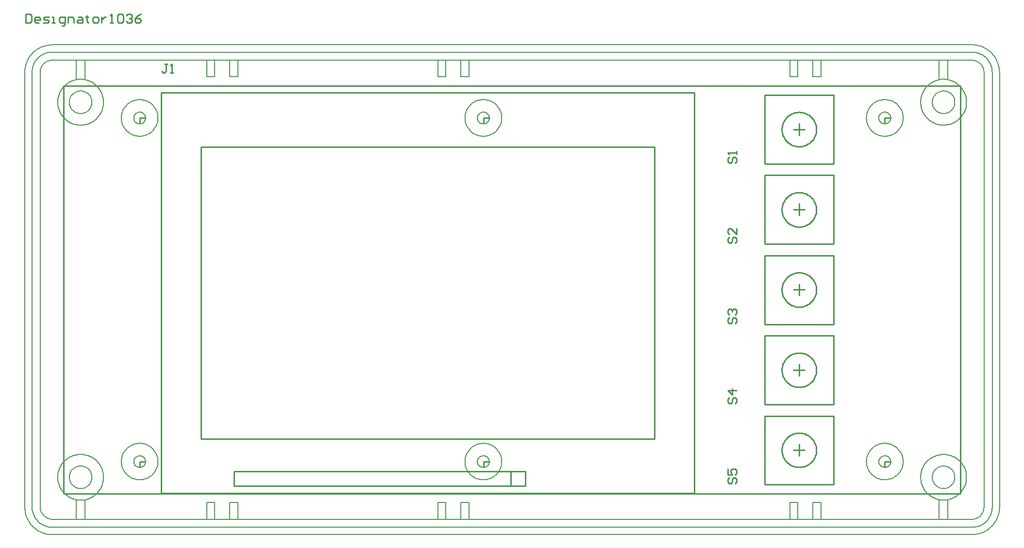
<source format=gto>
%FSTAX23Y23*%
%MOIN*%
%SFA1B1*%

%IPPOS*%
%ADD46C,0.010000*%
%ADD47C,0.005000*%
%LNkradac270315-1*%
%LPD*%
G54D46*
X04645Y01732D02*
D01*
X04645Y0174*
X04644Y01748*
X04643Y01756*
X04641Y01764*
X04638Y01772*
X04635Y0178*
X04631Y01787*
X04627Y01794*
X04623Y01801*
X04618Y01808*
X04612Y01814*
X04606Y0182*
X046Y01825*
X04593Y0183*
X04586Y01834*
X04579Y01838*
X04571Y01841*
X04564Y01844*
X04556Y01846*
X04548Y01848*
X04539Y01849*
X04531Y0185*
X04523*
X04515Y01849*
X04507Y01848*
X04498Y01846*
X04491Y01844*
X04483Y01841*
X04475Y01838*
X04468Y01834*
X04461Y0183*
X04454Y01825*
X04448Y0182*
X04442Y01814*
X04437Y01808*
X04432Y01801*
X04427Y01794*
X04423Y01787*
X04419Y0178*
X04416Y01772*
X04414Y01764*
X04412Y01756*
X0441Y01748*
X04409Y0174*
X04409Y01732*
X04409Y01724*
X0441Y01715*
X04412Y01707*
X04414Y01699*
X04416Y01691*
X04419Y01684*
X04423Y01676*
X04427Y01669*
X04432Y01662*
X04437Y01656*
X04442Y0165*
X04448Y01644*
X04454Y01639*
X04461Y01634*
X04468Y01629*
X04475Y01626*
X04483Y01622*
X04491Y01619*
X04498Y01617*
X04507Y01615*
X04515Y01614*
X04523Y01614*
X04531*
X04539Y01614*
X04548Y01615*
X04556Y01617*
X04564Y01619*
X04571Y01622*
X04579Y01626*
X04586Y01629*
X04593Y01634*
X046Y01639*
X04606Y01644*
X04612Y0165*
X04618Y01656*
X04623Y01662*
X04627Y01669*
X04631Y01676*
X04635Y01684*
X04638Y01691*
X04641Y01699*
X04643Y01707*
X04644Y01715*
X04645Y01724*
X04645Y01732*
Y01181D02*
D01*
X04645Y01189*
X04644Y01197*
X04643Y01205*
X04641Y01213*
X04638Y01221*
X04635Y01229*
X04631Y01236*
X04627Y01243*
X04623Y0125*
X04618Y01257*
X04612Y01263*
X04606Y01268*
X046Y01274*
X04593Y01279*
X04586Y01283*
X04579Y01287*
X04571Y0129*
X04564Y01293*
X04556Y01295*
X04548Y01297*
X04539Y01298*
X04531Y01299*
X04523*
X04515Y01298*
X04507Y01297*
X04498Y01295*
X04491Y01293*
X04483Y0129*
X04475Y01287*
X04468Y01283*
X04461Y01279*
X04454Y01274*
X04448Y01268*
X04442Y01263*
X04437Y01257*
X04432Y0125*
X04427Y01243*
X04423Y01236*
X04419Y01229*
X04416Y01221*
X04414Y01213*
X04412Y01205*
X0441Y01197*
X04409Y01189*
X04409Y01181*
X04409Y01172*
X0441Y01164*
X04412Y01156*
X04414Y01148*
X04416Y0114*
X04419Y01133*
X04423Y01125*
X04427Y01118*
X04432Y01111*
X04437Y01105*
X04442Y01099*
X04448Y01093*
X04454Y01088*
X04461Y01083*
X04468Y01078*
X04475Y01074*
X04483Y01071*
X04491Y01068*
X04498Y01066*
X04507Y01064*
X04515Y01063*
X04523Y01063*
X04531*
X04539Y01063*
X04548Y01064*
X04556Y01066*
X04564Y01068*
X04571Y01071*
X04579Y01074*
X04586Y01078*
X04593Y01083*
X046Y01088*
X04606Y01093*
X04612Y01099*
X04618Y01105*
X04623Y01111*
X04627Y01118*
X04631Y01125*
X04635Y01133*
X04638Y0114*
X04641Y01148*
X04643Y01156*
X04644Y01164*
X04645Y01172*
X04645Y01181*
Y00629D02*
D01*
X04645Y00638*
X04644Y00646*
X04643Y00654*
X04641Y00662*
X04638Y0067*
X04635Y00677*
X04631Y00685*
X04627Y00692*
X04623Y00699*
X04618Y00705*
X04612Y00711*
X04606Y00717*
X046Y00722*
X04593Y00727*
X04586Y00732*
X04579Y00736*
X04571Y00739*
X04564Y00742*
X04556Y00744*
X04548Y00746*
X04539Y00747*
X04531Y00747*
X04523*
X04515Y00747*
X04507Y00746*
X04498Y00744*
X04491Y00742*
X04483Y00739*
X04475Y00736*
X04468Y00732*
X04461Y00727*
X04454Y00722*
X04448Y00717*
X04442Y00711*
X04437Y00705*
X04432Y00699*
X04427Y00692*
X04423Y00685*
X04419Y00677*
X04416Y0067*
X04414Y00662*
X04412Y00654*
X0441Y00646*
X04409Y00638*
X04409Y00629*
X04409Y00621*
X0441Y00613*
X04412Y00605*
X04414Y00597*
X04416Y00589*
X04419Y00581*
X04423Y00574*
X04427Y00567*
X04432Y0056*
X04437Y00554*
X04442Y00547*
X04448Y00542*
X04454Y00536*
X04461Y00532*
X04468Y00527*
X04475Y00523*
X04483Y0052*
X04491Y00517*
X04498Y00515*
X04507Y00513*
X04515Y00512*
X04523Y00511*
X04531*
X04539Y00512*
X04548Y00513*
X04556Y00515*
X04564Y00517*
X04571Y0052*
X04579Y00523*
X04586Y00527*
X04593Y00532*
X046Y00536*
X04606Y00542*
X04612Y00547*
X04618Y00554*
X04623Y0056*
X04627Y00567*
X04631Y00574*
X04635Y00581*
X04638Y00589*
X04641Y00597*
X04643Y00605*
X04644Y00613*
X04645Y00621*
X04645Y00629*
Y00078D02*
D01*
X04645Y00086*
X04644Y00095*
X04643Y00103*
X04641Y00111*
X04638Y00119*
X04635Y00126*
X04631Y00134*
X04627Y00141*
X04623Y00148*
X04618Y00154*
X04612Y0016*
X04606Y00166*
X046Y00171*
X04593Y00176*
X04586Y00181*
X04579Y00184*
X04571Y00188*
X04564Y00191*
X04556Y00193*
X04548Y00195*
X04539Y00196*
X04531Y00196*
X04523*
X04515Y00196*
X04507Y00195*
X04498Y00193*
X04491Y00191*
X04483Y00188*
X04475Y00184*
X04468Y00181*
X04461Y00176*
X04454Y00171*
X04448Y00166*
X04442Y0016*
X04437Y00154*
X04432Y00148*
X04427Y00141*
X04423Y00134*
X04419Y00126*
X04416Y00119*
X04414Y00111*
X04412Y00103*
X0441Y00095*
X04409Y00086*
X04409Y00078*
X04409Y0007*
X0441Y00062*
X04412Y00054*
X04414Y00046*
X04416Y00038*
X04419Y0003*
X04423Y00023*
X04427Y00016*
X04432Y00009*
X04437Y00002*
X04442Y-00003*
X04448Y-00009*
X04454Y-00014*
X04461Y-00019*
X04468Y-00023*
X04475Y-00027*
X04483Y-0003*
X04491Y-00033*
X04498Y-00035*
X04507Y-00037*
X04515Y-00038*
X04523Y-00039*
X04531*
X04539Y-00038*
X04548Y-00037*
X04556Y-00035*
X04564Y-00033*
X04571Y-0003*
X04579Y-00027*
X04586Y-00023*
X04593Y-00019*
X046Y-00014*
X04606Y-00009*
X04612Y-00003*
X04618Y00002*
X04623Y00009*
X04627Y00016*
X04631Y00023*
X04635Y0003*
X04638Y00038*
X04641Y00046*
X04643Y00054*
X04644Y00062*
X04645Y0007*
X04645Y00078*
Y02283D02*
D01*
X04645Y02291*
X04644Y02299*
X04643Y02308*
X04641Y02316*
X04638Y02323*
X04635Y02331*
X04631Y02338*
X04627Y02346*
X04623Y02352*
X04618Y02359*
X04612Y02365*
X04606Y02371*
X046Y02376*
X04593Y02381*
X04586Y02385*
X04579Y02389*
X04571Y02392*
X04564Y02395*
X04556Y02398*
X04548Y02399*
X04539Y024*
X04531Y02401*
X04523*
X04515Y024*
X04507Y02399*
X04498Y02398*
X04491Y02395*
X04483Y02392*
X04475Y02389*
X04468Y02385*
X04461Y02381*
X04454Y02376*
X04448Y02371*
X04442Y02365*
X04437Y02359*
X04432Y02352*
X04427Y02346*
X04423Y02338*
X04419Y02331*
X04416Y02323*
X04414Y02316*
X04412Y02308*
X0441Y02299*
X04409Y02291*
X04409Y02283*
X04409Y02275*
X0441Y02267*
X04412Y02258*
X04414Y0225*
X04416Y02243*
X04419Y02235*
X04423Y02228*
X04427Y0222*
X04432Y02214*
X04437Y02207*
X04442Y02201*
X04448Y02195*
X04454Y0219*
X04461Y02185*
X04468Y02181*
X04475Y02177*
X04483Y02173*
X04491Y02171*
X04498Y02168*
X04507Y02167*
X04515Y02166*
X04523Y02165*
X04531*
X04539Y02166*
X04548Y02167*
X04556Y02168*
X04564Y02171*
X04571Y02173*
X04579Y02177*
X04586Y02181*
X04593Y02185*
X046Y0219*
X04606Y02195*
X04612Y02201*
X04618Y02207*
X04623Y02214*
X04627Y0222*
X04631Y02228*
X04635Y02235*
X04638Y02243*
X04641Y0225*
X04643Y02258*
X04644Y02267*
X04645Y02275*
X04645Y02283*
X00147Y-00218D02*
Y02537D01*
X03808*
Y-00218D02*
Y02537D01*
X00147Y-00218D02*
X03808D01*
X00648Y-00068D02*
X02648D01*
X00648Y-00168D02*
Y-00068D01*
Y-00168D02*
X02648D01*
Y-00068*
X02548Y-00168D02*
Y-00068D01*
X00422Y00155D02*
X03533D01*
Y02163*
X00422D02*
X03533D01*
X00422Y00155D02*
Y02163D01*
X04527Y01771D02*
Y01692D01*
X04488Y01732D02*
X04566D01*
X04291Y01496D02*
X04763D01*
X04291D02*
Y01968D01*
X04763*
Y01496D02*
Y01968D01*
X04527Y01141D02*
Y0122D01*
X04488Y01181D02*
X04566D01*
X04291Y00944D02*
X04763D01*
X04291D02*
Y01417D01*
X04763*
Y00944D02*
Y01417D01*
X04527Y0059D02*
Y00669D01*
X04488Y00629D02*
X04566D01*
X04291Y00393D02*
X04763D01*
X04291D02*
Y00866D01*
X04763*
Y00393D02*
Y00866D01*
X04527Y00039D02*
Y00118D01*
X04488Y00078D02*
X04566D01*
X04291Y-00157D02*
X04763D01*
X04291D02*
Y00314D01*
X04763*
Y-00157D02*
Y00314D01*
X05115Y02322D02*
Y02362D01*
X05157*
X0236Y02322D02*
Y02362D01*
X02401*
X0Y02322D02*
Y02362D01*
X00039*
X05115Y0D02*
Y-00039D01*
Y0D02*
X05157D01*
X0236Y-00039D02*
Y0D01*
X02401*
X0D02*
Y-00039D01*
Y0D02*
X00039D01*
X-00521Y-00222D02*
Y02584D01*
Y-00222D02*
X05635D01*
Y02584D02*
Y-00222D01*
X-00521Y02584D02*
X05635D01*
X04763Y02519D02*
Y02047D01*
X04291Y02519D02*
X04763D01*
X04291Y02047D02*
Y02519D01*
Y02047D02*
X04763D01*
X04488Y02283D02*
X04566D01*
X04527Y02244D02*
Y02322D01*
X00192Y02732D02*
X00172D01*
X00182*
Y02682*
X00172Y02672*
X00162*
X00152Y02682*
X00212Y02672D02*
X00232D01*
X00222*
Y02732*
X00212Y02722*
X04048Y02092D02*
X04038Y02082D01*
Y02062*
X04048Y02052*
X04058*
X04068Y02062*
Y02082*
X04078Y02092*
X04088*
X04098Y02082*
Y02062*
X04088Y02052*
X04098Y02112D02*
Y02132D01*
Y02122*
X04038*
X04048Y02112*
Y01541D02*
X04038Y01531D01*
Y01511*
X04048Y01501*
X04058*
X04068Y01511*
Y01531*
X04078Y01541*
X04088*
X04098Y01531*
Y01511*
X04088Y01501*
X04098Y01601D02*
Y01561D01*
X04058Y01601*
X04048*
X04038Y01591*
Y01571*
X04048Y01561*
Y0099D02*
X04038Y0098D01*
Y0096*
X04048Y0095*
X04058*
X04068Y0096*
Y0098*
X04078Y0099*
X04088*
X04098Y0098*
Y0096*
X04088Y0095*
X04048Y0101D02*
X04038Y0102D01*
Y0104*
X04048Y0105*
X04058*
X04068Y0104*
Y0103*
Y0104*
X04078Y0105*
X04088*
X04098Y0104*
Y0102*
X04088Y0101*
X04048Y00438D02*
X04038Y00428D01*
Y00408*
X04048Y00398*
X04058*
X04068Y00408*
Y00428*
X04078Y00438*
X04088*
X04098Y00428*
Y00408*
X04088Y00398*
X04098Y00488D02*
X04038D01*
X04068Y00458*
Y00498*
X04048Y-00112D02*
X04038Y-00122D01*
Y-00142*
X04048Y-00152*
X04058*
X04068Y-00142*
Y-00122*
X04078Y-00112*
X04088*
X04098Y-00122*
Y-00142*
X04088Y-00152*
X04038Y-00052D02*
Y-00092D01*
X04068*
X04058Y-00072*
Y-00062*
X04068Y-00052*
X04088*
X04098Y-00062*
Y-00082*
X04088Y-00092*
X-00782Y03077D02*
Y03017D01*
X-00752*
X-00742Y03027*
Y03067*
X-00752Y03077*
X-00782*
X-00692Y03017D02*
X-00712D01*
X-00722Y03027*
Y03047*
X-00712Y03057*
X-00692*
X-00682Y03047*
Y03037*
X-00722*
X-00662Y03017D02*
X-00632D01*
X-00622Y03027*
X-00632Y03037*
X-00652*
X-00662Y03047*
X-00652Y03057*
X-00622*
X-00602Y03017D02*
X-00582D01*
X-00592*
Y03057*
X-00602*
X-00532Y02997D02*
X-00522D01*
X-00512Y03007*
Y03057*
X-00542*
X-00552Y03047*
Y03027*
X-00542Y03017*
X-00512*
X-00492D02*
Y03057D01*
X-00462*
X-00452Y03047*
Y03017*
X-00422Y03057D02*
X-00402D01*
X-00392Y03047*
Y03017*
X-00422*
X-00432Y03027*
X-00422Y03037*
X-00392*
X-00362Y03067D02*
Y03057D01*
X-00372*
X-00352*
X-00362*
Y03027*
X-00352Y03017*
X-00312D02*
X-00292D01*
X-00282Y03027*
Y03047*
X-00292Y03057*
X-00312*
X-00322Y03047*
Y03027*
X-00312Y03017*
X-00262Y03057D02*
Y03017D01*
Y03037*
X-00252Y03047*
X-00242Y03057*
X-00232*
X-00202Y03017D02*
X-00182D01*
X-00192*
Y03077*
X-00202Y03067*
X-00152D02*
X-00142Y03077D01*
X-00122*
X-00112Y03067*
Y03027*
X-00122Y03017*
X-00142*
X-00152Y03027*
Y03067*
X-00092D02*
X-00082Y03077D01*
X-00062*
X-00052Y03067*
Y03057*
X-00062Y03047*
X-00072*
X-00062*
X-00052Y03037*
Y03027*
X-00062Y03017*
X-00082*
X-00092Y03027*
X00007Y03077D02*
X-00012Y03067D01*
X-00032Y03047*
Y03027*
X-00022Y03017*
X-00002*
X00007Y03027*
Y03037*
X-00002Y03047*
X-00032*
G54D47*
X05156Y02362D02*
D01*
X05156Y02365*
X05156Y02367*
X05155Y0237*
X05154Y02373*
X05153Y02376*
X05152Y02378*
X05151Y02381*
X0515Y02383*
X05148Y02386*
X05146Y02388*
X05145Y0239*
X05143Y02392*
X0514Y02394*
X05138Y02395*
X05136Y02397*
X05133Y02398*
X05131Y02399*
X05128Y024*
X05125Y02401*
X05122Y02402*
X0512Y02402*
X05117Y02402*
X05114*
X05111Y02402*
X05108Y02402*
X05106Y02401*
X05103Y024*
X051Y02399*
X05098Y02398*
X05095Y02397*
X05093Y02395*
X0509Y02394*
X05088Y02392*
X05086Y0239*
X05084Y02388*
X05083Y02386*
X05081Y02383*
X0508Y02381*
X05078Y02378*
X05077Y02376*
X05076Y02373*
X05076Y0237*
X05075Y02367*
X05075Y02365*
X05075Y02362*
X05075Y02359*
X05075Y02356*
X05076Y02353*
X05076Y02351*
X05077Y02348*
X05078Y02345*
X0508Y02343*
X05081Y0234*
X05083Y02338*
X05084Y02336*
X05086Y02334*
X05088Y02332*
X0509Y0233*
X05093Y02328*
X05095Y02327*
X05098Y02325*
X051Y02324*
X05103Y02323*
X05106Y02322*
X05108Y02322*
X05111Y02321*
X05114Y02321*
X05117*
X0512Y02321*
X05122Y02322*
X05125Y02322*
X05128Y02323*
X05131Y02324*
X05133Y02325*
X05136Y02327*
X05138Y02328*
X0514Y0233*
X05143Y02332*
X05145Y02334*
X05146Y02336*
X05148Y02338*
X0515Y0234*
X05151Y02343*
X05152Y02345*
X05153Y02348*
X05154Y02351*
X05155Y02353*
X05156Y02356*
X05156Y02359*
X05156Y02362*
X05241D02*
D01*
X05241Y0237*
X0524Y02379*
X05239Y02388*
X05237Y02396*
X05234Y02405*
X0523Y02413*
X05227Y02421*
X05222Y02428*
X05217Y02436*
X05212Y02443*
X05206Y02449*
X052Y02455*
X05193Y02461*
X05186Y02466*
X05178Y02471*
X05171Y02475*
X05163Y02479*
X05154Y02482*
X05146Y02484*
X05137Y02486*
X05129Y02487*
X0512Y02488*
X05111*
X05102Y02487*
X05094Y02486*
X05085Y02484*
X05076Y02482*
X05068Y02479*
X0506Y02475*
X05052Y02471*
X05045Y02466*
X05038Y02461*
X05031Y02455*
X05025Y02449*
X05019Y02443*
X05013Y02436*
X05009Y02428*
X05004Y02421*
X05Y02413*
X04997Y02405*
X04994Y02396*
X04992Y02388*
X04991Y02379*
X0499Y0237*
X04989Y02362*
X0499Y02353*
X04991Y02344*
X04992Y02336*
X04994Y02327*
X04997Y02319*
X05Y0231*
X05004Y02303*
X05009Y02295*
X05013Y02288*
X05019Y02281*
X05025Y02274*
X05031Y02268*
X05038Y02262*
X05045Y02257*
X05052Y02253*
X0506Y02248*
X05068Y02245*
X05076Y02242*
X05085Y02239*
X05094Y02238*
X05102Y02236*
X05111Y02236*
X0512*
X05129Y02236*
X05137Y02238*
X05146Y02239*
X05154Y02242*
X05163Y02245*
X05171Y02248*
X05178Y02253*
X05186Y02257*
X05193Y02262*
X052Y02268*
X05206Y02274*
X05212Y02281*
X05217Y02288*
X05222Y02295*
X05227Y02303*
X0523Y0231*
X05234Y02319*
X05237Y02327*
X05239Y02336*
X0524Y02344*
X05241Y02353*
X05241Y02362*
X05797Y02675D02*
D01*
X05797Y0268*
X05796Y02686*
X05795Y02692*
X05794Y02698*
X05792Y02703*
X0579Y02709*
X05787Y02714*
X05784Y02719*
X05781Y02724*
X05777Y02729*
X05773Y02733*
X05769Y02737*
X05765Y02741*
X0576Y02744*
X05755Y02747*
X0575Y0275*
X05744Y02753*
X05739Y02755*
X05733Y02756*
X05728Y02757*
X05722Y02758*
X05716Y02759*
X05713Y02759*
X-00789Y-00312D02*
D01*
X-00789Y-00326*
X-00787Y-00339*
X-00785Y-00352*
X-00782Y-00365*
X-00778Y-00377*
X-00773Y-0039*
X-00767Y-00402*
X-0076Y-00413*
X-00753Y-00424*
X-00745Y-00435*
X-00736Y-00444*
X-00726Y-00454*
X-00716Y-00462*
X-00705Y-0047*
X-00694Y-00477*
X-00682Y-00483*
X-0067Y-00489*
X-00658Y-00493*
X-00645Y-00497*
X-00632Y-005*
X-00619Y-00501*
X-00606Y-00502*
X-00599Y-00502*
Y02865D02*
D01*
X-00612Y02864*
X-00626Y02863*
X-00639Y0286*
X-00651Y02857*
X-00664Y02853*
X-00676Y02848*
X-00688Y02842*
X-007Y02836*
X-00711Y02828*
X-00721Y0282*
X-00731Y02811*
X-0074Y02802*
X-00749Y02792*
X-00757Y02781*
X-00764Y0277*
X-0077Y02758*
X-00775Y02746*
X-0078Y02733*
X-00783Y02721*
X-00786Y02708*
X-00788Y02694*
X-00789Y02681*
X-00789Y02675*
X05903D02*
D01*
X05902Y02688*
X05901Y02701*
X05899Y02714*
X05896Y02727*
X05891Y0274*
X05886Y02752*
X05881Y02764*
X05874Y02775*
X05867Y02786*
X05858Y02797*
X0585Y02807*
X0584Y02816*
X0583Y02824*
X05819Y02832*
X05808Y02839*
X05796Y02845*
X05784Y02851*
X05772Y02855*
X05759Y02859*
X05746Y02862*
X05733Y02864*
X0572Y02865*
X05713Y02865*
Y-00502D02*
D01*
X05726Y-00502*
X05739Y-00501*
X05752Y-00498*
X05765Y-00495*
X05778Y-00491*
X0579Y-00486*
X05802Y-0048*
X05814Y-00474*
X05825Y-00466*
X05835Y-00458*
X05845Y-00449*
X05854Y-0044*
X05863Y-00429*
X0587Y-00419*
X05877Y-00407*
X05884Y-00396*
X05889Y-00384*
X05894Y-00371*
X05897Y-00358*
X059Y-00345*
X05902Y-00332*
X05903Y-00319*
X05903Y-00312*
X05713Y-00396D02*
D01*
X05719Y-00396*
X05725Y-00396*
X0573Y-00395*
X05736Y-00393*
X05742Y-00391*
X05747Y-00389*
X05752Y-00387*
X05757Y-00384*
X05762Y-0038*
X05767Y-00377*
X05771Y-00373*
X05775Y-00369*
X05779Y-00364*
X05783Y-00359*
X05786Y-00354*
X05788Y-00349*
X05791Y-00344*
X05793Y-00338*
X05794Y-00333*
X05796Y-00327*
X05796Y-00321*
X05797Y-00315*
X05797Y-00312*
X-00683D02*
D01*
X-00683Y-00318*
X-00682Y-00324*
X-00681Y-0033*
X-0068Y-00336*
X-00678Y-00341*
X-00676Y-00347*
X-00673Y-00352*
X-0067Y-00357*
X-00667Y-00362*
X-00663Y-00366*
X-00659Y-00371*
X-00655Y-00375*
X-00651Y-00379*
X-00646Y-00382*
X-00641Y-00385*
X-00636Y-00388*
X-00631Y-0039*
X-00625Y-00392*
X-00619Y-00394*
X-00614Y-00395*
X-00608Y-00396*
X-00602Y-00396*
X-00599Y-00396*
Y02759D02*
D01*
X-00605Y02758*
X-00611Y02758*
X-00617Y02757*
X-00622Y02755*
X-00628Y02754*
X-00633Y02751*
X-00639Y02749*
X-00644Y02746*
X-00648Y02743*
X-00653Y02739*
X-00657Y02735*
X-00662Y02731*
X-00665Y02726*
X-00669Y02722*
X-00672Y02717*
X-00675Y02711*
X-00677Y02706*
X-00679Y02701*
X-00681Y02695*
X-00682Y02689*
X-00683Y02683*
X-00683Y02678*
X-00683Y02675*
X05676Y-00108D02*
D01*
X05676Y-00097*
X05675Y-00086*
X05673Y-00075*
X0567Y-00064*
X05667Y-00054*
X05663Y-00044*
X05658Y-00034*
X05652Y-00024*
X05646Y-00015*
X0564Y-00007*
X05632Y00001*
X05624Y00008*
X05616Y00015*
X05607Y00022*
X05598Y00028*
X05588Y00033*
X05578Y00037*
X05568Y00041*
X05557Y00044*
X05546Y00046*
X05535Y00048*
X05524Y00049*
X05513*
X05502Y00048*
X05492Y00046*
X05481Y00044*
X0547Y00041*
X0546Y00037*
X0545Y00033*
X0544Y00028*
X05431Y00022*
X05422Y00015*
X05414Y00008*
X05406Y00001*
X05398Y-00007*
X05391Y-00015*
X05385Y-00024*
X0538Y-00034*
X05375Y-00044*
X05371Y-00054*
X05367Y-00064*
X05365Y-00075*
X05363Y-00086*
X05362Y-00097*
X05361Y-00108*
X05362Y-00119*
X05363Y-0013*
X05365Y-00141*
X05367Y-00151*
X05371Y-00162*
X05375Y-00172*
X0538Y-00182*
X05385Y-00191*
X05391Y-002*
X05398Y-00209*
X05406Y-00217*
X05414Y-00225*
X05422Y-00232*
X05431Y-00238*
X0544Y-00244*
X0545Y-00249*
X0546Y-00254*
X0547Y-00258*
X05481Y-00261*
X05492Y-00263*
X05502Y-00265*
X05513Y-00265*
X05524*
X05535Y-00265*
X05546Y-00263*
X05557Y-00261*
X05568Y-00258*
X05578Y-00254*
X05588Y-00249*
X05598Y-00244*
X05607Y-00238*
X05616Y-00232*
X05624Y-00225*
X05632Y-00217*
X0564Y-00209*
X05646Y-002*
X05652Y-00191*
X05658Y-00182*
X05663Y-00172*
X05667Y-00162*
X0567Y-00151*
X05673Y-00141*
X05675Y-0013*
X05676Y-00119*
X05676Y-00108*
X-00248D02*
D01*
X-00248Y-00097*
X-00249Y-00086*
X-00251Y-00075*
X-00254Y-00064*
X-00257Y-00054*
X-00261Y-00044*
X-00266Y-00034*
X-00272Y-00024*
X-00278Y-00015*
X-00284Y-00007*
X-00292Y00001*
X-003Y00008*
X-00308Y00015*
X-00317Y00022*
X-00326Y00028*
X-00336Y00033*
X-00346Y00037*
X-00356Y00041*
X-00367Y00044*
X-00378Y00046*
X-00389Y00048*
X-004Y00049*
X-00411*
X-00422Y00048*
X-00432Y00046*
X-00443Y00044*
X-00454Y00041*
X-00464Y00037*
X-00474Y00033*
X-00484Y00028*
X-00493Y00022*
X-00502Y00015*
X-0051Y00008*
X-00518Y00001*
X-00526Y-00007*
X-00533Y-00015*
X-00539Y-00024*
X-00544Y-00034*
X-00549Y-00044*
X-00553Y-00054*
X-00557Y-00064*
X-00559Y-00075*
X-00561Y-00086*
X-00562Y-00097*
X-00563Y-00108*
X-00562Y-00119*
X-00561Y-0013*
X-00559Y-00141*
X-00557Y-00151*
X-00553Y-00162*
X-00549Y-00172*
X-00544Y-00182*
X-00539Y-00191*
X-00533Y-002*
X-00526Y-00209*
X-00518Y-00217*
X-0051Y-00225*
X-00502Y-00232*
X-00493Y-00238*
X-00484Y-00244*
X-00474Y-00249*
X-00464Y-00254*
X-00454Y-00258*
X-00443Y-00261*
X-00432Y-00263*
X-00422Y-00265*
X-00411Y-00265*
X-004*
X-00389Y-00265*
X-00378Y-00263*
X-00367Y-00261*
X-00356Y-00258*
X-00346Y-00254*
X-00336Y-00249*
X-00326Y-00244*
X-00317Y-00238*
X-00308Y-00232*
X-003Y-00225*
X-00292Y-00217*
X-00284Y-00209*
X-00278Y-002*
X-00272Y-00191*
X-00266Y-00182*
X-00261Y-00172*
X-00257Y-00162*
X-00254Y-00151*
X-00251Y-00141*
X-00249Y-0013*
X-00248Y-00119*
X-00248Y-00108*
Y0247D02*
D01*
X-00248Y02481*
X-00249Y02492*
X-00251Y02503*
X-00254Y02514*
X-00257Y02524*
X-00261Y02534*
X-00266Y02544*
X-00272Y02554*
X-00278Y02563*
X-00284Y02571*
X-00292Y0258*
X-003Y02587*
X-00308Y02594*
X-00317Y02601*
X-00326Y02607*
X-00336Y02612*
X-00346Y02616*
X-00356Y0262*
X-00367Y02623*
X-00378Y02625*
X-00389Y02627*
X-004Y02628*
X-00411*
X-00422Y02627*
X-00432Y02625*
X-00443Y02623*
X-00454Y0262*
X-00464Y02616*
X-00474Y02612*
X-00484Y02607*
X-00493Y02601*
X-00502Y02594*
X-0051Y02587*
X-00518Y0258*
X-00526Y02571*
X-00533Y02563*
X-00539Y02554*
X-00544Y02544*
X-00549Y02534*
X-00553Y02524*
X-00557Y02514*
X-00559Y02503*
X-00561Y02492*
X-00562Y02481*
X-00563Y0247*
X-00562Y02459*
X-00561Y02448*
X-00559Y02437*
X-00557Y02427*
X-00553Y02416*
X-00549Y02406*
X-00544Y02396*
X-00539Y02387*
X-00533Y02378*
X-00526Y02369*
X-00518Y02361*
X-0051Y02353*
X-00502Y02346*
X-00493Y0234*
X-00484Y02334*
X-00474Y02329*
X-00464Y02324*
X-00454Y0232*
X-00443Y02317*
X-00432Y02315*
X-00422Y02313*
X-00411Y02313*
X-004*
X-00389Y02313*
X-00378Y02315*
X-00367Y02317*
X-00356Y0232*
X-00346Y02324*
X-00336Y02329*
X-00326Y02334*
X-00317Y0234*
X-00308Y02346*
X-003Y02353*
X-00292Y02361*
X-00284Y02369*
X-00278Y02378*
X-00272Y02387*
X-00266Y02396*
X-00261Y02406*
X-00257Y02416*
X-00254Y02427*
X-00251Y02437*
X-00249Y02448*
X-00248Y02459*
X-00248Y0247*
X05676D02*
D01*
X05676Y02481*
X05675Y02492*
X05673Y02503*
X0567Y02514*
X05667Y02524*
X05663Y02534*
X05658Y02544*
X05652Y02554*
X05646Y02563*
X0564Y02571*
X05632Y0258*
X05624Y02587*
X05616Y02594*
X05607Y02601*
X05598Y02607*
X05588Y02612*
X05578Y02616*
X05568Y0262*
X05557Y02623*
X05546Y02625*
X05535Y02627*
X05524Y02628*
X05513*
X05502Y02627*
X05492Y02625*
X05481Y02623*
X0547Y0262*
X0546Y02616*
X0545Y02612*
X0544Y02607*
X05431Y02601*
X05422Y02594*
X05414Y02587*
X05406Y0258*
X05398Y02571*
X05391Y02563*
X05385Y02554*
X0538Y02544*
X05375Y02534*
X05371Y02524*
X05367Y02514*
X05365Y02503*
X05363Y02492*
X05362Y02481*
X05361Y0247*
X05362Y02459*
X05363Y02448*
X05365Y02437*
X05367Y02427*
X05371Y02416*
X05375Y02406*
X0538Y02396*
X05385Y02387*
X05391Y02378*
X05398Y02369*
X05406Y02361*
X05414Y02353*
X05422Y02346*
X05431Y0234*
X0544Y02334*
X0545Y02329*
X0546Y02324*
X0547Y0232*
X05481Y02317*
X05492Y02315*
X05502Y02313*
X05513Y02313*
X05524*
X05535Y02313*
X05546Y02315*
X05557Y02317*
X05568Y0232*
X05578Y02324*
X05588Y02329*
X05598Y02334*
X05607Y0234*
X05616Y02346*
X05624Y02353*
X05632Y02361*
X0564Y02369*
X05646Y02378*
X05652Y02387*
X05658Y02396*
X05663Y02406*
X05667Y02416*
X0567Y02427*
X05673Y02437*
X05675Y02448*
X05676Y02459*
X05676Y0247*
X-00328Y-00108D02*
D01*
X-00328Y-00102*
X-00328Y-00097*
X-00329Y-00092*
X-00331Y-00087*
X-00332Y-00081*
X-00334Y-00076*
X-00337Y-00071*
X-00339Y-00067*
X-00342Y-00062*
X-00346Y-00058*
X-00349Y-00054*
X-00353Y-0005*
X-00357Y-00047*
X-00362Y-00044*
X-00366Y-00041*
X-00371Y-00038*
X-00376Y-00036*
X-00381Y-00034*
X-00386Y-00033*
X-00392Y-00032*
X-00397Y-00031*
X-00402Y-0003*
X-00408*
X-00413Y-00031*
X-00419Y-00032*
X-00424Y-00033*
X-00429Y-00034*
X-00434Y-00036*
X-00439Y-00038*
X-00444Y-00041*
X-00448Y-00044*
X-00453Y-00047*
X-00457Y-0005*
X-00461Y-00054*
X-00464Y-00058*
X-00468Y-00062*
X-00471Y-00067*
X-00474Y-00071*
X-00476Y-00076*
X-00478Y-00081*
X-0048Y-00087*
X-00481Y-00092*
X-00482Y-00097*
X-00482Y-00102*
X-00483Y-00108*
X-00482Y-00113*
X-00482Y-00119*
X-00481Y-00124*
X-0048Y-00129*
X-00478Y-00134*
X-00476Y-00139*
X-00474Y-00144*
X-00471Y-00149*
X-00468Y-00153*
X-00464Y-00158*
X-00461Y-00162*
X-00457Y-00165*
X-00453Y-00169*
X-00448Y-00172*
X-00444Y-00175*
X-00439Y-00178*
X-00434Y-0018*
X-00429Y-00182*
X-00424Y-00183*
X-00419Y-00184*
X-00413Y-00185*
X-00408Y-00185*
X-00402*
X-00397Y-00185*
X-00392Y-00184*
X-00386Y-00183*
X-00381Y-00182*
X-00376Y-0018*
X-00371Y-00178*
X-00366Y-00175*
X-00362Y-00172*
X-00357Y-00169*
X-00353Y-00165*
X-00349Y-00162*
X-00346Y-00158*
X-00342Y-00153*
X-00339Y-00149*
X-00337Y-00144*
X-00334Y-00139*
X-00332Y-00134*
X-00331Y-00129*
X-00329Y-00124*
X-00328Y-00119*
X-00328Y-00113*
X-00328Y-00108*
Y0247D02*
D01*
X-00328Y02475*
X-00328Y02481*
X-00329Y02486*
X-00331Y02491*
X-00332Y02497*
X-00334Y02502*
X-00337Y02506*
X-00339Y02511*
X-00342Y02516*
X-00346Y0252*
X-00349Y02524*
X-00353Y02528*
X-00357Y02531*
X-00362Y02534*
X-00366Y02537*
X-00371Y0254*
X-00376Y02542*
X-00381Y02544*
X-00386Y02545*
X-00392Y02546*
X-00397Y02547*
X-00402Y02548*
X-00408*
X-00413Y02547*
X-00419Y02546*
X-00424Y02545*
X-00429Y02544*
X-00434Y02542*
X-00439Y0254*
X-00444Y02537*
X-00448Y02534*
X-00453Y02531*
X-00457Y02528*
X-00461Y02524*
X-00464Y0252*
X-00468Y02516*
X-00471Y02511*
X-00474Y02506*
X-00476Y02502*
X-00478Y02497*
X-0048Y02491*
X-00481Y02486*
X-00482Y02481*
X-00482Y02475*
X-00483Y0247*
X-00482Y02465*
X-00482Y02459*
X-00481Y02454*
X-0048Y02449*
X-00478Y02444*
X-00476Y02439*
X-00474Y02434*
X-00471Y02429*
X-00468Y02425*
X-00464Y0242*
X-00461Y02416*
X-00457Y02412*
X-00453Y02409*
X-00448Y02406*
X-00444Y02403*
X-00439Y024*
X-00434Y02398*
X-00429Y02396*
X-00424Y02395*
X-00419Y02394*
X-00413Y02393*
X-00408Y02393*
X-00402*
X-00397Y02393*
X-00392Y02394*
X-00386Y02395*
X-00381Y02396*
X-00376Y02398*
X-00371Y024*
X-00366Y02403*
X-00362Y02406*
X-00357Y02409*
X-00353Y02412*
X-00349Y02416*
X-00346Y0242*
X-00342Y02425*
X-00339Y02429*
X-00337Y02434*
X-00334Y02439*
X-00332Y02444*
X-00331Y02449*
X-00329Y02454*
X-00328Y02459*
X-00328Y02465*
X-00328Y0247*
X05596Y-00108D02*
D01*
X05596Y-00102*
X05596Y-00097*
X05595Y-00092*
X05593Y-00087*
X05592Y-00081*
X0559Y-00076*
X05587Y-00071*
X05585Y-00067*
X05582Y-00062*
X05578Y-00058*
X05575Y-00054*
X05571Y-0005*
X05567Y-00047*
X05562Y-00044*
X05558Y-00041*
X05553Y-00038*
X05548Y-00036*
X05543Y-00034*
X05538Y-00033*
X05532Y-00032*
X05527Y-00031*
X05522Y-0003*
X05516*
X05511Y-00031*
X05505Y-00032*
X055Y-00033*
X05495Y-00034*
X0549Y-00036*
X05485Y-00038*
X0548Y-00041*
X05476Y-00044*
X05471Y-00047*
X05467Y-0005*
X05463Y-00054*
X0546Y-00058*
X05456Y-00062*
X05453Y-00067*
X0545Y-00071*
X05448Y-00076*
X05446Y-00081*
X05444Y-00087*
X05443Y-00092*
X05442Y-00097*
X05442Y-00102*
X05441Y-00108*
X05442Y-00113*
X05442Y-00119*
X05443Y-00124*
X05444Y-00129*
X05446Y-00134*
X05448Y-00139*
X0545Y-00144*
X05453Y-00149*
X05456Y-00153*
X0546Y-00158*
X05463Y-00162*
X05467Y-00165*
X05471Y-00169*
X05476Y-00172*
X0548Y-00175*
X05485Y-00178*
X0549Y-0018*
X05495Y-00182*
X055Y-00183*
X05505Y-00184*
X05511Y-00185*
X05516Y-00185*
X05522*
X05527Y-00185*
X05532Y-00184*
X05538Y-00183*
X05543Y-00182*
X05548Y-0018*
X05553Y-00178*
X05558Y-00175*
X05562Y-00172*
X05567Y-00169*
X05571Y-00165*
X05575Y-00162*
X05578Y-00158*
X05582Y-00153*
X05585Y-00149*
X05587Y-00144*
X0559Y-00139*
X05592Y-00134*
X05593Y-00129*
X05595Y-00124*
X05596Y-00119*
X05596Y-00113*
X05596Y-00108*
Y0247D02*
D01*
X05596Y02475*
X05596Y02481*
X05595Y02486*
X05593Y02491*
X05592Y02497*
X0559Y02502*
X05587Y02506*
X05585Y02511*
X05582Y02516*
X05578Y0252*
X05575Y02524*
X05571Y02528*
X05567Y02531*
X05562Y02534*
X05558Y02537*
X05553Y0254*
X05548Y02542*
X05543Y02544*
X05538Y02545*
X05532Y02546*
X05527Y02547*
X05522Y02548*
X05516*
X05511Y02547*
X05505Y02546*
X055Y02545*
X05495Y02544*
X0549Y02542*
X05485Y0254*
X0548Y02537*
X05476Y02534*
X05471Y02531*
X05467Y02528*
X05463Y02524*
X0546Y0252*
X05456Y02516*
X05453Y02511*
X0545Y02506*
X05448Y02502*
X05446Y02497*
X05444Y02491*
X05443Y02486*
X05442Y02481*
X05442Y02475*
X05441Y0247*
X05442Y02465*
X05442Y02459*
X05443Y02454*
X05444Y02449*
X05446Y02444*
X05448Y02439*
X0545Y02434*
X05453Y02429*
X05456Y02425*
X0546Y0242*
X05463Y02416*
X05467Y02412*
X05471Y02409*
X05476Y02406*
X0548Y02403*
X05485Y024*
X0549Y02398*
X05495Y02396*
X055Y02395*
X05505Y02394*
X05511Y02393*
X05516Y02393*
X05522*
X05527Y02393*
X05532Y02394*
X05538Y02395*
X05543Y02396*
X05548Y02398*
X05553Y024*
X05558Y02403*
X05562Y02406*
X05567Y02409*
X05571Y02412*
X05575Y02416*
X05578Y0242*
X05582Y02425*
X05585Y02429*
X05587Y02434*
X0559Y02439*
X05592Y02444*
X05593Y02449*
X05595Y02454*
X05596Y02459*
X05596Y02465*
X05596Y0247*
X-00739Y-00312D02*
D01*
X-00739Y-00322*
X-00738Y-00332*
X-00736Y-00341*
X-00733Y-00351*
X-0073Y-0036*
X-00727Y-00369*
X-00723Y-00378*
X-00718Y-00387*
X-00712Y-00395*
X-00706Y-00402*
X-007Y-0041*
X-00693Y-00416*
X-00685Y-00423*
X-00677Y-00428*
X-00669Y-00434*
X-0066Y-00438*
X-00651Y-00442*
X-00642Y-00445*
X-00633Y-00448*
X-00623Y-0045*
X-00614Y-00451*
X-00604Y-00452*
X-00599Y-00452*
Y02814D02*
D01*
X-00609Y02814*
X-00619Y02813*
X-00628Y02811*
X-00638Y02809*
X-00647Y02806*
X-00656Y02802*
X-00665Y02798*
X-00673Y02793*
X-00681Y02788*
X-00689Y02782*
X-00696Y02775*
X-00703Y02768*
X-00709Y02761*
X-00715Y02753*
X-0072Y02745*
X-00725Y02736*
X-00729Y02727*
X-00732Y02718*
X-00735Y02708*
X-00737Y02699*
X-00738Y02689*
X-00739Y02679*
X-00739Y02675*
X05713Y-00452D02*
D01*
X05723Y-00452*
X05732Y-00451*
X05742Y-00449*
X05751Y-00447*
X05761Y-00444*
X0577Y-0044*
X05779Y-00436*
X05787Y-00431*
X05795Y-00426*
X05803Y-0042*
X0581Y-00413*
X05817Y-00406*
X05823Y-00399*
X05829Y-00391*
X05834Y-00382*
X05839Y-00374*
X05843Y-00365*
X05846Y-00356*
X05849Y-00346*
X05851Y-00337*
X05852Y-00327*
X05853Y-00317*
X05853Y-00312*
Y02675D02*
D01*
X05852Y02684*
X05851Y02694*
X0585Y02704*
X05847Y02713*
X05844Y02722*
X05841Y02731*
X05836Y0274*
X05832Y02749*
X05826Y02757*
X0582Y02765*
X05814Y02772*
X05807Y02779*
X05799Y02785*
X05791Y02791*
X05783Y02796*
X05774Y028*
X05765Y02804*
X05756Y02808*
X05747Y0281*
X05737Y02812*
X05728Y02814*
X05718Y02814*
X05713Y02814*
X02485Y0D02*
D01*
X02485Y00008*
X02484Y00017*
X02483Y00026*
X02481Y00034*
X02478Y00043*
X02475Y00051*
X02471Y00059*
X02466Y00066*
X02461Y00074*
X02456Y0008*
X0245Y00087*
X02444Y00093*
X02437Y00099*
X0243Y00104*
X02422Y00109*
X02415Y00113*
X02407Y00116*
X02398Y00119*
X0239Y00122*
X02381Y00124*
X02373Y00125*
X02364Y00125*
X02355*
X02346Y00125*
X02338Y00124*
X02329Y00122*
X02321Y00119*
X02312Y00116*
X02304Y00113*
X02297Y00109*
X02289Y00104*
X02282Y00099*
X02275Y00093*
X02269Y00087*
X02263Y0008*
X02258Y00074*
X02253Y00066*
X02248Y00059*
X02244Y00051*
X02241Y00043*
X02238Y00034*
X02236Y00026*
X02235Y00017*
X02234Y00008*
X02234Y0*
X02234Y-00008*
X02235Y-00017*
X02236Y-00026*
X02238Y-00034*
X02241Y-00043*
X02244Y-00051*
X02248Y-00059*
X02253Y-00066*
X02258Y-00074*
X02263Y-0008*
X02269Y-00087*
X02275Y-00093*
X02282Y-00099*
X02289Y-00104*
X02297Y-00109*
X02304Y-00113*
X02312Y-00116*
X02321Y-00119*
X02329Y-00122*
X02338Y-00124*
X02346Y-00125*
X02355Y-00125*
X02364*
X02373Y-00125*
X02381Y-00124*
X0239Y-00122*
X02398Y-00119*
X02407Y-00116*
X02415Y-00113*
X02422Y-00109*
X0243Y-00104*
X02437Y-00099*
X02444Y-00093*
X0245Y-00087*
X02456Y-0008*
X02461Y-00074*
X02466Y-00066*
X02471Y-00059*
X02475Y-00051*
X02478Y-00043*
X02481Y-00034*
X02483Y-00026*
X02484Y-00017*
X02485Y-00008*
X02485Y0*
Y02362D02*
D01*
X02485Y0237*
X02484Y02379*
X02483Y02388*
X02481Y02396*
X02478Y02405*
X02475Y02413*
X02471Y02421*
X02466Y02428*
X02461Y02436*
X02456Y02443*
X0245Y02449*
X02444Y02455*
X02437Y02461*
X0243Y02466*
X02422Y02471*
X02415Y02475*
X02407Y02479*
X02398Y02482*
X0239Y02484*
X02381Y02486*
X02373Y02487*
X02364Y02488*
X02355*
X02346Y02487*
X02338Y02486*
X02329Y02484*
X02321Y02482*
X02312Y02479*
X02304Y02475*
X02297Y02471*
X02289Y02466*
X02282Y02461*
X02275Y02455*
X02269Y02449*
X02263Y02443*
X02258Y02436*
X02253Y02428*
X02248Y02421*
X02244Y02413*
X02241Y02405*
X02238Y02396*
X02236Y02388*
X02235Y02379*
X02234Y0237*
X02234Y02362*
X02234Y02353*
X02235Y02344*
X02236Y02336*
X02238Y02327*
X02241Y02319*
X02244Y0231*
X02248Y02303*
X02253Y02295*
X02258Y02288*
X02263Y02281*
X02269Y02274*
X02275Y02268*
X02282Y02262*
X02289Y02257*
X02297Y02253*
X02304Y02248*
X02312Y02245*
X02321Y02242*
X02329Y02239*
X02338Y02238*
X02346Y02236*
X02355Y02236*
X02364*
X02373Y02236*
X02381Y02238*
X0239Y02239*
X02398Y02242*
X02407Y02245*
X02415Y02248*
X02422Y02253*
X0243Y02257*
X02437Y02262*
X02444Y02268*
X0245Y02274*
X02456Y02281*
X02461Y02288*
X02466Y02295*
X02471Y02303*
X02475Y0231*
X02478Y02319*
X02481Y02327*
X02483Y02336*
X02484Y02344*
X02485Y02353*
X02485Y02362*
X05241Y0D02*
D01*
X05241Y00008*
X0524Y00017*
X05239Y00026*
X05237Y00034*
X05234Y00043*
X0523Y00051*
X05227Y00059*
X05222Y00066*
X05217Y00074*
X05212Y0008*
X05206Y00087*
X052Y00093*
X05193Y00099*
X05186Y00104*
X05178Y00109*
X05171Y00113*
X05163Y00116*
X05154Y00119*
X05146Y00122*
X05137Y00124*
X05129Y00125*
X0512Y00125*
X05111*
X05102Y00125*
X05094Y00124*
X05085Y00122*
X05076Y00119*
X05068Y00116*
X0506Y00113*
X05052Y00109*
X05045Y00104*
X05038Y00099*
X05031Y00093*
X05025Y00087*
X05019Y0008*
X05013Y00074*
X05009Y00066*
X05004Y00059*
X05Y00051*
X04997Y00043*
X04994Y00034*
X04992Y00026*
X04991Y00017*
X0499Y00008*
X04989Y0*
X0499Y-00008*
X04991Y-00017*
X04992Y-00026*
X04994Y-00034*
X04997Y-00043*
X05Y-00051*
X05004Y-00059*
X05009Y-00066*
X05013Y-00074*
X05019Y-0008*
X05025Y-00087*
X05031Y-00093*
X05038Y-00099*
X05045Y-00104*
X05052Y-00109*
X0506Y-00113*
X05068Y-00116*
X05076Y-00119*
X05085Y-00122*
X05094Y-00124*
X05102Y-00125*
X05111Y-00125*
X0512*
X05129Y-00125*
X05137Y-00124*
X05146Y-00122*
X05154Y-00119*
X05163Y-00116*
X05171Y-00113*
X05178Y-00109*
X05186Y-00104*
X05193Y-00099*
X052Y-00093*
X05206Y-00087*
X05212Y-0008*
X05217Y-00074*
X05222Y-00066*
X05227Y-00059*
X0523Y-00051*
X05234Y-00043*
X05237Y-00034*
X05239Y-00026*
X0524Y-00017*
X05241Y-00008*
X05241Y0*
X024D02*
D01*
X024Y00002*
X024Y00005*
X02399Y00008*
X02398Y00011*
X02398Y00013*
X02397Y00016*
X02395Y00019*
X02394Y00021*
X02392Y00023*
X02391Y00026*
X02389Y00028*
X02387Y0003*
X02384Y00031*
X02382Y00033*
X0238Y00035*
X02377Y00036*
X02375Y00037*
X02372Y00038*
X02369Y00039*
X02367Y00039*
X02364Y0004*
X02361Y0004*
X02358*
X02355Y0004*
X02352Y00039*
X0235Y00039*
X02347Y00038*
X02344Y00037*
X02342Y00036*
X02339Y00035*
X02337Y00033*
X02335Y00031*
X02332Y0003*
X0233Y00028*
X02328Y00026*
X02327Y00023*
X02325Y00021*
X02324Y00019*
X02322Y00016*
X02321Y00013*
X02321Y00011*
X0232Y00008*
X02319Y00005*
X02319Y00002*
X02319Y0*
X02319Y-00002*
X02319Y-00005*
X0232Y-00008*
X02321Y-00011*
X02321Y-00013*
X02322Y-00016*
X02324Y-00019*
X02325Y-00021*
X02327Y-00023*
X02328Y-00026*
X0233Y-00028*
X02332Y-0003*
X02335Y-00031*
X02337Y-00033*
X02339Y-00035*
X02342Y-00036*
X02344Y-00037*
X02347Y-00038*
X0235Y-00039*
X02352Y-00039*
X02355Y-0004*
X02358Y-0004*
X02361*
X02364Y-0004*
X02367Y-00039*
X02369Y-00039*
X02372Y-00038*
X02375Y-00037*
X02377Y-00036*
X0238Y-00035*
X02382Y-00033*
X02384Y-00031*
X02387Y-0003*
X02389Y-00028*
X02391Y-00026*
X02392Y-00023*
X02394Y-00021*
X02395Y-00019*
X02397Y-00016*
X02398Y-00013*
X02398Y-00011*
X02399Y-00008*
X024Y-00005*
X024Y-00002*
X024Y0*
Y02362D02*
D01*
X024Y02365*
X024Y02367*
X02399Y0237*
X02398Y02373*
X02398Y02376*
X02397Y02378*
X02395Y02381*
X02394Y02383*
X02392Y02386*
X02391Y02388*
X02389Y0239*
X02387Y02392*
X02384Y02394*
X02382Y02395*
X0238Y02397*
X02377Y02398*
X02375Y02399*
X02372Y024*
X02369Y02401*
X02367Y02402*
X02364Y02402*
X02361Y02402*
X02358*
X02355Y02402*
X02352Y02402*
X0235Y02401*
X02347Y024*
X02344Y02399*
X02342Y02398*
X02339Y02397*
X02337Y02395*
X02335Y02394*
X02332Y02392*
X0233Y0239*
X02328Y02388*
X02327Y02386*
X02325Y02383*
X02324Y02381*
X02322Y02378*
X02321Y02376*
X02321Y02373*
X0232Y0237*
X02319Y02367*
X02319Y02365*
X02319Y02362*
X02319Y02359*
X02319Y02356*
X0232Y02353*
X02321Y02351*
X02321Y02348*
X02322Y02345*
X02324Y02343*
X02325Y0234*
X02327Y02338*
X02328Y02336*
X0233Y02334*
X02332Y02332*
X02335Y0233*
X02337Y02328*
X02339Y02327*
X02342Y02325*
X02344Y02324*
X02347Y02323*
X0235Y02322*
X02352Y02322*
X02355Y02321*
X02358Y02321*
X02361*
X02364Y02321*
X02367Y02322*
X02369Y02322*
X02372Y02323*
X02375Y02324*
X02377Y02325*
X0238Y02327*
X02382Y02328*
X02384Y0233*
X02387Y02332*
X02389Y02334*
X02391Y02336*
X02392Y02338*
X02394Y0234*
X02395Y02343*
X02397Y02345*
X02398Y02348*
X02398Y02351*
X02399Y02353*
X024Y02356*
X024Y02359*
X024Y02362*
X05156Y0D02*
D01*
X05156Y00002*
X05156Y00005*
X05155Y00008*
X05154Y00011*
X05153Y00013*
X05152Y00016*
X05151Y00019*
X0515Y00021*
X05148Y00023*
X05146Y00026*
X05145Y00028*
X05143Y0003*
X0514Y00031*
X05138Y00033*
X05136Y00035*
X05133Y00036*
X05131Y00037*
X05128Y00038*
X05125Y00039*
X05122Y00039*
X0512Y0004*
X05117Y0004*
X05114*
X05111Y0004*
X05108Y00039*
X05106Y00039*
X05103Y00038*
X051Y00037*
X05098Y00036*
X05095Y00035*
X05093Y00033*
X0509Y00031*
X05088Y0003*
X05086Y00028*
X05084Y00026*
X05083Y00023*
X05081Y00021*
X0508Y00019*
X05078Y00016*
X05077Y00013*
X05076Y00011*
X05076Y00008*
X05075Y00005*
X05075Y00002*
X05075Y0*
X05075Y-00002*
X05075Y-00005*
X05076Y-00008*
X05076Y-00011*
X05077Y-00013*
X05078Y-00016*
X0508Y-00019*
X05081Y-00021*
X05083Y-00023*
X05084Y-00026*
X05086Y-00028*
X05088Y-0003*
X0509Y-00031*
X05093Y-00033*
X05095Y-00035*
X05098Y-00036*
X051Y-00037*
X05103Y-00038*
X05106Y-00039*
X05108Y-00039*
X05111Y-0004*
X05114Y-0004*
X05117*
X0512Y-0004*
X05122Y-00039*
X05125Y-00039*
X05128Y-00038*
X05131Y-00037*
X05133Y-00036*
X05136Y-00035*
X05138Y-00033*
X0514Y-00031*
X05143Y-0003*
X05145Y-00028*
X05146Y-00026*
X05148Y-00023*
X0515Y-00021*
X05151Y-00019*
X05152Y-00016*
X05153Y-00013*
X05154Y-00011*
X05155Y-00008*
X05156Y-00005*
X05156Y-00002*
X05156Y0*
X0004D02*
D01*
X0004Y00002*
X0004Y00005*
X00039Y00008*
X00038Y00011*
X00038Y00013*
X00037Y00016*
X00035Y00019*
X00034Y00021*
X00032Y00023*
X00031Y00026*
X00029Y00028*
X00027Y0003*
X00024Y00031*
X00022Y00033*
X0002Y00035*
X00017Y00036*
X00015Y00037*
X00012Y00038*
X00009Y00039*
X00007Y00039*
X00004Y0004*
X00001Y0004*
X-00001*
X-00004Y0004*
X-00007Y00039*
X-00009Y00039*
X-00012Y00038*
X-00015Y00037*
X-00017Y00036*
X-0002Y00035*
X-00022Y00033*
X-00024Y00031*
X-00027Y0003*
X-00029Y00028*
X-00031Y00026*
X-00032Y00023*
X-00034Y00021*
X-00035Y00019*
X-00037Y00016*
X-00038Y00013*
X-00038Y00011*
X-00039Y00008*
X-0004Y00005*
X-0004Y00002*
X-0004Y0*
X-0004Y-00002*
X-0004Y-00005*
X-00039Y-00008*
X-00038Y-00011*
X-00038Y-00013*
X-00037Y-00016*
X-00035Y-00019*
X-00034Y-00021*
X-00032Y-00023*
X-00031Y-00026*
X-00029Y-00028*
X-00027Y-0003*
X-00024Y-00031*
X-00022Y-00033*
X-0002Y-00035*
X-00017Y-00036*
X-00015Y-00037*
X-00012Y-00038*
X-00009Y-00039*
X-00007Y-00039*
X-00004Y-0004*
X-00001Y-0004*
X00001*
X00004Y-0004*
X00007Y-00039*
X00009Y-00039*
X00012Y-00038*
X00015Y-00037*
X00017Y-00036*
X0002Y-00035*
X00022Y-00033*
X00024Y-00031*
X00027Y-0003*
X00029Y-00028*
X00031Y-00026*
X00032Y-00023*
X00034Y-00021*
X00035Y-00019*
X00037Y-00016*
X00038Y-00013*
X00038Y-00011*
X00039Y-00008*
X0004Y-00005*
X0004Y-00002*
X0004Y0*
X00125D02*
D01*
X00125Y00008*
X00124Y00017*
X00123Y00026*
X00121Y00034*
X00118Y00043*
X00115Y00051*
X00111Y00059*
X00106Y00066*
X00101Y00074*
X00096Y0008*
X0009Y00087*
X00084Y00093*
X00077Y00099*
X0007Y00104*
X00062Y00109*
X00055Y00113*
X00047Y00116*
X00038Y00119*
X0003Y00122*
X00021Y00124*
X00013Y00125*
X00004Y00125*
X-00004*
X-00013Y00125*
X-00021Y00124*
X-0003Y00122*
X-00038Y00119*
X-00047Y00116*
X-00055Y00113*
X-00062Y00109*
X-0007Y00104*
X-00077Y00099*
X-00084Y00093*
X-0009Y00087*
X-00096Y0008*
X-00101Y00074*
X-00106Y00066*
X-00111Y00059*
X-00115Y00051*
X-00118Y00043*
X-00121Y00034*
X-00123Y00026*
X-00124Y00017*
X-00125Y00008*
X-00125Y0*
X-00125Y-00008*
X-00124Y-00017*
X-00123Y-00026*
X-00121Y-00034*
X-00118Y-00043*
X-00115Y-00051*
X-00111Y-00059*
X-00106Y-00066*
X-00101Y-00074*
X-00096Y-0008*
X-0009Y-00087*
X-00084Y-00093*
X-00077Y-00099*
X-0007Y-00104*
X-00062Y-00109*
X-00055Y-00113*
X-00047Y-00116*
X-00038Y-00119*
X-0003Y-00122*
X-00021Y-00124*
X-00013Y-00125*
X-00004Y-00125*
X00004*
X00013Y-00125*
X00021Y-00124*
X0003Y-00122*
X00038Y-00119*
X00047Y-00116*
X00055Y-00113*
X00062Y-00109*
X0007Y-00104*
X00077Y-00099*
X00084Y-00093*
X0009Y-00087*
X00096Y-0008*
X00101Y-00074*
X00106Y-00066*
X00111Y-00059*
X00115Y-00051*
X00118Y-00043*
X00121Y-00034*
X00123Y-00026*
X00124Y-00017*
X00125Y-00008*
X00125Y0*
X0004Y02362D02*
D01*
X0004Y02365*
X0004Y02367*
X00039Y0237*
X00038Y02373*
X00038Y02376*
X00037Y02378*
X00035Y02381*
X00034Y02383*
X00032Y02386*
X00031Y02388*
X00029Y0239*
X00027Y02392*
X00024Y02394*
X00022Y02395*
X0002Y02397*
X00017Y02398*
X00015Y02399*
X00012Y024*
X00009Y02401*
X00007Y02402*
X00004Y02402*
X00001Y02402*
X-00001*
X-00004Y02402*
X-00007Y02402*
X-00009Y02401*
X-00012Y024*
X-00015Y02399*
X-00017Y02398*
X-0002Y02397*
X-00022Y02395*
X-00024Y02394*
X-00027Y02392*
X-00029Y0239*
X-00031Y02388*
X-00032Y02386*
X-00034Y02383*
X-00035Y02381*
X-00037Y02378*
X-00038Y02376*
X-00038Y02373*
X-00039Y0237*
X-0004Y02367*
X-0004Y02365*
X-0004Y02362*
X-0004Y02359*
X-0004Y02356*
X-00039Y02353*
X-00038Y02351*
X-00038Y02348*
X-00037Y02345*
X-00035Y02343*
X-00034Y0234*
X-00032Y02338*
X-00031Y02336*
X-00029Y02334*
X-00027Y02332*
X-00024Y0233*
X-00022Y02328*
X-0002Y02327*
X-00017Y02325*
X-00015Y02324*
X-00012Y02323*
X-00009Y02322*
X-00007Y02322*
X-00004Y02321*
X-00001Y02321*
X00001*
X00004Y02321*
X00007Y02322*
X00009Y02322*
X00012Y02323*
X00015Y02324*
X00017Y02325*
X0002Y02327*
X00022Y02328*
X00024Y0233*
X00027Y02332*
X00029Y02334*
X00031Y02336*
X00032Y02338*
X00034Y0234*
X00035Y02343*
X00037Y02345*
X00038Y02348*
X00038Y02351*
X00039Y02353*
X0004Y02356*
X0004Y02359*
X0004Y02362*
X00125D02*
D01*
X00125Y0237*
X00124Y02379*
X00123Y02388*
X00121Y02396*
X00118Y02405*
X00115Y02413*
X00111Y02421*
X00106Y02428*
X00101Y02436*
X00096Y02443*
X0009Y02449*
X00084Y02455*
X00077Y02461*
X0007Y02466*
X00062Y02471*
X00055Y02475*
X00047Y02479*
X00038Y02482*
X0003Y02484*
X00021Y02486*
X00013Y02487*
X00004Y02488*
X-00004*
X-00013Y02487*
X-00021Y02486*
X-0003Y02484*
X-00038Y02482*
X-00047Y02479*
X-00055Y02475*
X-00062Y02471*
X-0007Y02466*
X-00077Y02461*
X-00084Y02455*
X-0009Y02449*
X-00096Y02443*
X-00101Y02436*
X-00106Y02428*
X-00111Y02421*
X-00115Y02413*
X-00118Y02405*
X-00121Y02396*
X-00123Y02388*
X-00124Y02379*
X-00125Y0237*
X-00125Y02362*
X-00125Y02353*
X-00124Y02344*
X-00123Y02336*
X-00121Y02327*
X-00118Y02319*
X-00115Y0231*
X-00111Y02303*
X-00106Y02295*
X-00101Y02288*
X-00096Y02281*
X-0009Y02274*
X-00084Y02268*
X-00077Y02262*
X-0007Y02257*
X-00062Y02253*
X-00055Y02248*
X-00047Y02245*
X-00038Y02242*
X-0003Y02239*
X-00021Y02238*
X-00013Y02236*
X-00004Y02236*
X00004*
X00013Y02236*
X00021Y02238*
X0003Y02239*
X00038Y02242*
X00047Y02245*
X00055Y02248*
X00062Y02253*
X0007Y02257*
X00077Y02262*
X00084Y02268*
X0009Y02274*
X00096Y02281*
X00101Y02288*
X00106Y02295*
X00111Y02303*
X00115Y0231*
X00118Y02319*
X00121Y02327*
X00123Y02336*
X00124Y02344*
X00125Y02353*
X00125Y02362*
X05903Y02675D02*
Y-00312D01*
X-00599Y02865D02*
X05713D01*
X-00789Y-00312D02*
Y02675D01*
X-00599Y-00502D02*
X05713D01*
X05797Y-00312D02*
Y02675D01*
X-00599Y-00396D02*
X05713D01*
X-00599Y02759D02*
X05713D01*
X-00683Y-00312D02*
Y02675D01*
X-00435Y-00396D02*
Y-00263D01*
X05489Y-00396D02*
Y-00263D01*
X-00375Y-00396D02*
Y-00263D01*
X05549Y-00396D02*
Y-00263D01*
X05489Y02625D02*
Y02759D01*
X05549Y02625D02*
Y02759D01*
X-00375Y02625D02*
Y02759D01*
X-00435Y02625D02*
Y02759D01*
X04677Y-00282D02*
Y-00396D01*
X04622Y-00282D02*
Y-00396D01*
X04519D02*
Y-00282D01*
X04464D02*
Y-00396D01*
X0226Y-00282D02*
Y-00396D01*
X02047Y-00282D02*
Y-00396D01*
X02102D02*
Y-00282D01*
X02205Y-00396D02*
Y-00282D01*
X0226D02*
Y-00396D01*
X00673D02*
Y-00282D01*
X0046Y-00396D02*
Y-00282D01*
X00516D02*
Y-00396D01*
X00618D02*
Y-00282D01*
X00673Y-00396D02*
Y-00282D01*
X04622Y02645D02*
X04677D01*
X0046Y-00282D02*
X00516D01*
X0046Y02645D02*
Y02759D01*
X00516Y02645D02*
Y02759D01*
X00618D02*
Y02645D01*
X00673D02*
Y02759D01*
Y02645D02*
Y02759D01*
X0226Y02645D02*
Y02759D01*
Y02645D02*
Y02759D01*
X02205Y02645D02*
Y02759D01*
X02102D02*
Y02645D01*
X02047Y02759D02*
Y02645D01*
X04677D02*
Y02759D01*
X04622Y02645D02*
Y02759D01*
X04519D02*
Y02645D01*
X04464D02*
Y02759D01*
Y02645D02*
X04519D01*
X02205D02*
X0226D01*
X04464Y-00282D02*
X04519D01*
X04622D02*
X04677D01*
X02205D02*
X0226D01*
X02047Y02645D02*
X02102D01*
X00618D02*
X00673D01*
X02047Y-00282D02*
X02102D01*
X0046Y02645D02*
X00516D01*
X00618Y-00282D02*
X00673D01*
X-00739Y-00313D02*
Y02675D01*
X-00599Y-00452D02*
X05713D01*
X-00599Y02814D02*
X05713D01*
X05853Y02675D02*
Y-00312D01*
M02*
</source>
